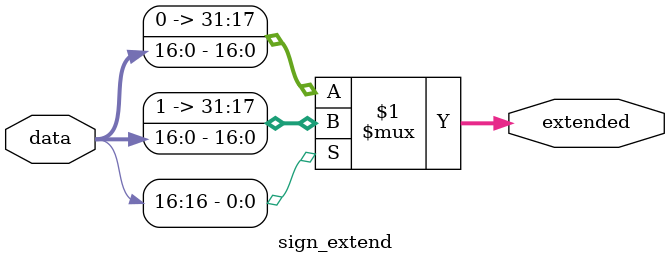
<source format=v>
module sign_extend(data, extended);
	input wire[16:0] data;
	output wire[31:0] extended;
	
	assign extended =  data[16]? {15'b1111_1111_1111_111,data} : {15'b0,data};

endmodule


</source>
